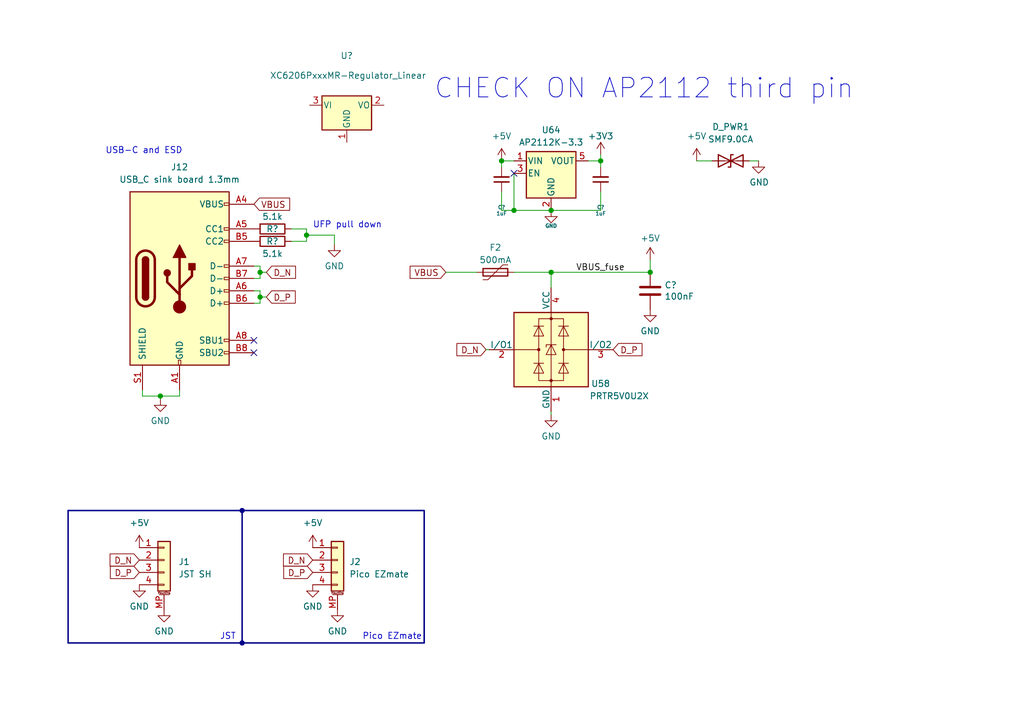
<source format=kicad_sch>
(kicad_sch (version 20231120) (generator "eeschema") (generator_version "8.0")
  (paper "A5")
  (lib_symbols
    (symbol "+5V_1" (power) (pin_names (offset 0))
      (property "Value" "+5V_1" (at 0 3.556 0))
      (symbol "+5V_1_0_1"
        (polyline (pts (xy -0.762 1.27) (xy 0 2.54)))
        (polyline (pts (xy 0 0) (xy 0 2.54)))
        (polyline (pts (xy 0 2.54) (xy 0.762 1.27)))
      )
      (symbol "+5V_1_1_1"
        (pin power_in line (at 0 0 90) (length 0) hide (name "+5V") (number "1"))
      )
    )
    (symbol "Connector:USB_C_Receptacle_USB2.0" (pin_names (offset 1.016))
      (property "Reference" "J" (at -10.16 19.05 0))
      (property "Value" "USB_C_Receptacle_USB2.0" (at 19.05 19.05 0))
      (symbol "USB_C_Receptacle_USB2.0_0_0"
        (rectangle (start -0.254 -17.78) (end 0.254 -16.764))
        (rectangle (start 10.16 -14.986) (end 9.144 -15.494))
        (rectangle (start 10.16 -12.446) (end 9.144 -12.954))
        (rectangle (start 10.16 -4.826) (end 9.144 -5.334))
        (rectangle (start 10.16 -2.286) (end 9.144 -2.794))
        (rectangle (start 10.16 0.254) (end 9.144 -0.254))
        (rectangle (start 10.16 2.794) (end 9.144 2.286))
        (rectangle (start 10.16 7.874) (end 9.144 7.366))
        (rectangle (start 10.16 10.414) (end 9.144 9.906))
        (rectangle (start 10.16 15.494) (end 9.144 14.986))
      )
      (symbol "USB_C_Receptacle_USB2.0_0_1"
        (rectangle (start -10.16 17.78) (end 10.16 -17.78) (stroke (width 0.254)) (fill (type background)))
        (arc (start -8.89 -3.81) (mid -6.985 -5.7067) (end -5.08 -3.81) (stroke (width 0.508)))
        (arc (start -7.62 -3.81) (mid -6.985 -4.4423) (end -6.35 -3.81) (stroke (width 0.254)))
        (arc (start -7.62 -3.81) (mid -6.985 -4.4423) (end -6.35 -3.81) (stroke (width 0.254)) (fill (type outline)))
        (rectangle (start -7.62 -3.81) (end -6.35 3.81) (stroke (width 0.254)) (fill (type outline)))
        (arc (start -6.35 3.81) (mid -6.985 4.4423) (end -7.62 3.81) (stroke (width 0.254)))
        (arc (start -6.35 3.81) (mid -6.985 4.4423) (end -7.62 3.81) (stroke (width 0.254)) (fill (type outline)))
        (arc (start -5.08 3.81) (mid -6.985 5.7067) (end -8.89 3.81) (stroke (width 0.508)))
        (circle (center -2.54 1.143) (radius 0.635) (stroke (width 0.254)) (fill (type outline)))
        (circle (center 0 -5.842) (radius 1.27) (fill (type outline)))
        (polyline (pts (xy -8.89 -3.81) (xy -8.89 3.81)) (stroke (width 0.508)))
        (polyline (pts (xy -5.08 3.81) (xy -5.08 -3.81)) (stroke (width 0.508)))
        (polyline (pts (xy 0 -5.842) (xy 0 4.318)) (stroke (width 0.508)))
        (polyline (pts (xy 0 -3.302) (xy -2.54 -0.762) (xy -2.54 0.508)) (stroke (width 0.508)))
        (polyline (pts (xy 0 -2.032) (xy 2.54 0.508) (xy 2.54 1.778)) (stroke (width 0.508)))
        (polyline (pts (xy -1.27 4.318) (xy 0 6.858) (xy 1.27 4.318) (xy -1.27 4.318)) (stroke (width 0.254)) (fill (type outline)))
        (rectangle (start 1.905 1.778) (end 3.175 3.048) (stroke (width 0.254)) (fill (type outline)))
      )
      (symbol "USB_C_Receptacle_USB2.0_1_1"
        (pin passive line (at 0 -22.86 90) (length 5.08) (name "GND") (number "A1"))
        (pin passive line (at 0 -22.86 90) (length 5.08) hide (name "GND") (number "A12"))
        (pin passive line (at 15.24 15.24 180) (length 5.08) (name "VBUS") (number "A4"))
        (pin bidirectional line (at 15.24 10.16 180) (length 5.08) (name "CC1") (number "A5"))
        (pin bidirectional line (at 15.24 -2.54 180) (length 5.08) (name "D+") (number "A6"))
        (pin bidirectional line (at 15.24 2.54 180) (length 5.08) (name "D-") (number "A7"))
        (pin bidirectional line (at 15.24 -12.7 180) (length 5.08) (name "SBU1") (number "A8"))
        (pin passive line (at 15.24 15.24 180) (length 5.08) hide (name "VBUS") (number "A9"))
        (pin passive line (at 0 -22.86 90) (length 5.08) hide (name "GND") (number "B1"))
        (pin passive line (at 0 -22.86 90) (length 5.08) hide (name "GND") (number "B12"))
        (pin passive line (at 15.24 15.24 180) (length 5.08) hide (name "VBUS") (number "B4"))
        (pin bidirectional line (at 15.24 7.62 180) (length 5.08) (name "CC2") (number "B5"))
        (pin bidirectional line (at 15.24 -5.08 180) (length 5.08) (name "D+") (number "B6"))
        (pin bidirectional line (at 15.24 0 180) (length 5.08) (name "D-") (number "B7"))
        (pin bidirectional line (at 15.24 -15.24 180) (length 5.08) (name "SBU2") (number "B8"))
        (pin passive line (at 15.24 15.24 180) (length 5.08) hide (name "VBUS") (number "B9"))
        (pin passive line (at -7.62 -22.86 90) (length 5.08) (name "SHIELD") (number "S1"))
      )
    )
    (symbol "Connector_Generic_MountingPin:Conn_01x04_MountingPin" (pin_names (offset 1.016) hide)
      (property "Reference" "J" (at 0 5.08 0))
      (property "Value" "Conn_01x04_MountingPin" (at 1.27 -7.62 0))
      (symbol "Conn_01x04_MountingPin_1_1"
        (rectangle (start -1.27 -4.953) (end 0 -5.207) (stroke (width 0.1524)))
        (rectangle (start -1.27 -2.413) (end 0 -2.667) (stroke (width 0.1524)))
        (rectangle (start -1.27 0.127) (end 0 -0.127) (stroke (width 0.1524)))
        (rectangle (start -1.27 2.667) (end 0 2.413) (stroke (width 0.1524)))
        (rectangle (start -1.27 3.81) (end 1.27 -6.35) (stroke (width 0.254)) (fill (type background)))
        (polyline (pts (xy -1.016 -7.112) (xy 1.016 -7.112)) (stroke (width 0.1524)))
        (text "Mounting" (at 0 -6.731 0) (effects (font (size 0.381 0.381))))
        (pin passive line (at -5.08 2.54 0) (length 3.81) (name "Pin_1") (number "1"))
        (pin passive line (at -5.08 0 0) (length 3.81) (name "Pin_2") (number "2"))
        (pin passive line (at -5.08 -2.54 0) (length 3.81) (name "Pin_3") (number "3"))
        (pin passive line (at -5.08 -5.08 0) (length 3.81) (name "Pin_4") (number "4"))
        (pin passive line (at 0 -10.16 90) (length 3.048) (name "MountPin") (number "MP"))
      )
    )
    (symbol "Device:C" (pin_numbers hide) (pin_names (offset 0.254))
      (property "Reference" "C" (at 0.635 2.54 0))
      (property "Value" "C" (at 0.635 -2.54 0))
      (symbol "C_0_1"
        (polyline (pts (xy -2.032 -0.762) (xy 2.032 -0.762)) (stroke (width 0.508)))
        (polyline (pts (xy -2.032 0.762) (xy 2.032 0.762)) (stroke (width 0.508)))
      )
      (symbol "C_1_1"
        (pin passive line (at 0 3.81 270) (length 2.794) (name "~") (number "1"))
        (pin passive line (at 0 -3.81 90) (length 2.794) (name "~") (number "2"))
      )
    )
    (symbol "Device:C_Small" (pin_numbers hide) (pin_names (offset 0.254) hide)
      (property "Reference" "C" (at 0.254 1.778 0))
      (property "Value" "C_Small" (at 0.254 -2.032 0))
      (symbol "C_Small_0_1"
        (polyline (pts (xy -1.524 -0.508) (xy 1.524 -0.508)) (stroke (width 0.3302)))
        (polyline (pts (xy -1.524 0.508) (xy 1.524 0.508)) (stroke (width 0.3048)))
      )
      (symbol "C_Small_1_1"
        (pin passive line (at 0 2.54 270) (length 2.032) (name "~") (number "1"))
        (pin passive line (at 0 -2.54 90) (length 2.032) (name "~") (number "2"))
      )
    )
    (symbol "Device:D_TVS" (pin_numbers hide) (pin_names (offset 1.016) hide)
      (property "Reference" "D" (at 0 2.54 0))
      (property "Value" "D_TVS" (at 0 -2.54 0))
      (symbol "D_TVS_0_1"
        (polyline (pts (xy 1.27 0) (xy -1.27 0)))
        (polyline (pts (xy 0.508 1.27) (xy 0 1.27) (xy 0 -1.27) (xy -0.508 -1.27)) (stroke (width 0.254)))
        (polyline (pts (xy -2.54 1.27) (xy -2.54 -1.27) (xy 2.54 1.27) (xy 2.54 -1.27) (xy -2.54 1.27)) (stroke (width 0.254)))
      )
      (symbol "D_TVS_1_1"
        (pin passive line (at -3.81 0 0) (length 2.54) (name "A1") (number "1"))
        (pin passive line (at 3.81 0 180) (length 2.54) (name "A2") (number "2"))
      )
    )
    (symbol "Device:Polyfuse" (pin_numbers hide) (pin_names (offset 0))
      (property "Reference" "F" (at -2.54 0 90))
      (property "Value" "Polyfuse" (at 2.54 0 90))
      (symbol "Polyfuse_0_1"
        (rectangle (start -0.762 2.54) (end 0.762 -2.54) (stroke (width 0.254)))
        (polyline (pts (xy 0 2.54) (xy 0 -2.54)))
        (polyline (pts (xy -1.524 2.54) (xy -1.524 1.524) (xy 1.524 -1.524) (xy 1.524 -2.54)))
      )
      (symbol "Polyfuse_1_1"
        (pin passive line (at 0 3.81 270) (length 1.27) (name "~") (number "1"))
        (pin passive line (at 0 -3.81 90) (length 1.27) (name "~") (number "2"))
      )
    )
    (symbol "Device:R" (pin_numbers hide) (pin_names (offset 0))
      (property "Reference" "R" (at 2.032 0 90))
      (property "Value" "R" (at 0 0 90))
      (symbol "R_0_1"
        (rectangle (start -1.016 -2.54) (end 1.016 2.54) (stroke (width 0.254)))
      )
      (symbol "R_1_1"
        (pin passive line (at 0 3.81 270) (length 1.27) (name "~") (number "1"))
        (pin passive line (at 0 -3.81 90) (length 1.27) (name "~") (number "2"))
      )
    )
    (symbol "Power_Protection:PRTR5V0U2X" (pin_names (offset 0))
      (property "Reference" "D" (at 2.794 8.636 0))
      (property "Value" "PRTR5V0U2X" (at 8.128 -9.398 0))
      (symbol "PRTR5V0U2X_0_1"
        (rectangle (start -7.62 -7.62) (end 7.62 7.62) (stroke (width 0.254)) (fill (type background)))
        (circle (center -2.54 0) (radius 0.254) (fill (type outline)))
        (rectangle (start -2.54 6.35) (end 2.54 -6.35))
        (circle (center 0 -6.35) (radius 0.254) (fill (type outline)))
        (polyline (pts (xy -2.54 0) (xy -7.62 0)))
        (polyline (pts (xy -1.524 -2.794) (xy -3.556 -2.794)))
        (polyline (pts (xy -1.524 4.826) (xy -3.556 4.826)))
        (polyline (pts (xy 0 -7.62) (xy 0 7.62)))
        (polyline (pts (xy 1.524 -2.794) (xy 3.556 -2.794)))
        (polyline (pts (xy 1.524 4.826) (xy 3.556 4.826)))
        (polyline (pts (xy 2.54 0) (xy 7.62 0)))
        (polyline (pts (xy 1.016 1.016) (xy -1.016 1.016) (xy -1.016 0.508)))
        (polyline (pts (xy -3.556 -4.826) (xy -1.524 -4.826) (xy -2.54 -2.794) (xy -3.556 -4.826)))
        (polyline (pts (xy -3.556 2.794) (xy -1.524 2.794) (xy -2.54 4.826) (xy -3.556 2.794)))
        (polyline (pts (xy -1.016 -1.016) (xy 1.016 -1.016) (xy 0 1.016) (xy -1.016 -1.016)))
        (polyline (pts (xy 3.556 -4.826) (xy 1.524 -4.826) (xy 2.54 -2.794) (xy 3.556 -4.826)))
        (polyline (pts (xy 3.556 2.794) (xy 1.524 2.794) (xy 2.54 4.826) (xy 3.556 2.794)))
        (circle (center 0 6.35) (radius 0.254) (fill (type outline)))
        (circle (center 2.54 0) (radius 0.254) (fill (type outline)))
      )
      (symbol "PRTR5V0U2X_1_1"
        (pin passive line (at 0 -12.7 90) (length 5.08) (name "GND") (number "1"))
        (pin passive line (at -12.7 0 0) (length 5.08) (name "I/O1") (number "2"))
        (pin passive line (at 12.7 0 180) (length 5.08) (name "I/O2") (number "3"))
        (pin passive line (at 0 12.7 270) (length 5.08) (name "VCC") (number "4"))
      )
    )
    (symbol "Regulator_Linear:AP2112K-3.3" (pin_names (offset 0.254))
      (property "Reference" "U" (at -5.08 5.715 0))
      (property "Value" "AP2112K-3.3" (at 0 5.715 0))
      (symbol "AP2112K-3.3_0_1"
        (rectangle (start -5.08 4.445) (end 5.08 -5.08) (stroke (width 0.254)) (fill (type background)))
      )
      (symbol "AP2112K-3.3_1_1"
        (pin power_in line (at -7.62 2.54 0) (length 2.54) (name "VIN") (number "1"))
        (pin power_in line (at 0 -7.62 90) (length 2.54) (name "GND") (number "2"))
        (pin input line (at -7.62 0 0) (length 2.54) (name "EN") (number "3"))
        (pin no_connect line (at 5.08 0 180) (length 2.54) hide (name "NC") (number "4"))
        (pin power_out line (at 7.62 2.54 180) (length 2.54) (name "VOUT") (number "5"))
      )
    )
    (symbol "kicad-keyboard-parts:XC6206PxxxMR-Regulator_Linear" (pin_names (offset 0.254))
      (property "Reference" "U" (at -3.81 3.175 0))
      (property "Value" "XC6206PxxxMR-Regulator_Linear" (at 0 3.175 0))
      (property "LCSC" "C5446" (at 0 0 0))
      (symbol "XC6206PxxxMR-Regulator_Linear_0_1"
        (rectangle (start -5.08 1.905) (end 5.08 -5.08) (stroke (width 0.254)) (fill (type background)))
      )
      (symbol "XC6206PxxxMR-Regulator_Linear_1_1"
        (pin power_in line (at 0 -7.62 90) (length 2.54) (name "GND") (number "1"))
        (pin power_out line (at 7.62 0 180) (length 2.54) (name "VO") (number "2"))
        (pin power_in line (at -7.62 0 0) (length 2.54) (name "VI") (number "3"))
      )
    )
    (symbol "power:+3V3" (power) (pin_names (offset 0))
      (property "Value" "+3V3" (at 0 3.556 0))
      (symbol "+3V3_0_1"
        (polyline (pts (xy -0.762 1.27) (xy 0 2.54)))
        (polyline (pts (xy 0 0) (xy 0 2.54)))
        (polyline (pts (xy 0 2.54) (xy 0.762 1.27)))
      )
      (symbol "+3V3_1_1"
        (pin power_in line (at 0 0 90) (length 0) hide (name "+3V3") (number "1"))
      )
    )
    (symbol "power:+5V" (power) (pin_names (offset 0))
      (property "Value" "+5V" (at 0 3.556 0))
      (symbol "+5V_0_1"
        (polyline (pts (xy -0.762 1.27) (xy 0 2.54)))
        (polyline (pts (xy 0 0) (xy 0 2.54)))
        (polyline (pts (xy 0 2.54) (xy 0.762 1.27)))
      )
      (symbol "+5V_1_1"
        (pin power_in line (at 0 0 90) (length 0) hide (name "+5V") (number "1"))
      )
    )
    (symbol "power:GND" (power) (pin_names (offset 0))
      (property "Value" "GND" (at 0 -3.81 0))
      (symbol "GND_0_1"
        (polyline (pts (xy 0 0) (xy 0 -1.27) (xy 1.27 -1.27) (xy 0 -2.54) (xy -1.27 -1.27) (xy 0 -1.27)))
      )
      (symbol "GND_1_1"
        (pin power_in line (at 0 0 270) (length 0) hide (name "GND") (number "1"))
      )
    )
  )
  (junction (at 49.657 131.953))
  (junction (at 105.41 43.18))
  (junction (at 32.893 81.28))
  (junction (at 62.865 48.26))
  (junction (at 123.19 33.02))
  (junction (at 53.34 60.96))
  (junction (at 102.87 33.02))
  (junction (at 53.34 55.88))
  (junction (at 113.03 55.88))
  (junction (at 133.35 55.88))
  (junction (at 49.657 104.775))
  (junction (at 113.03 43.18))
  (no_connect (at 52.07 69.85))
  (no_connect (at 52.07 72.39))
  (no_connect (at 105.41 35.56))
  (wire (pts (xy 99.695 71.755) (xy 100.33 71.755)))
  (wire (pts (xy 52.07 57.15) (xy 53.34 57.15)))
  (wire (pts (xy 113.03 85.09) (xy 113.03 84.455)))
  (wire (pts (xy 102.87 33.02) (xy 105.41 33.02)))
  (bus (pts (xy 13.97 104.775) (xy 49.657 104.775)))
  (wire (pts (xy 123.19 33.02) (xy 123.19 34.29)))
  (wire (pts (xy 53.34 55.88) (xy 54.61 55.88)))
  (wire (pts (xy 105.41 43.18) (xy 113.03 43.18)))
  (wire (pts (xy 123.19 39.37) (xy 123.19 43.18)))
  (wire (pts (xy 102.87 39.37) (xy 102.87 43.18)))
  (wire (pts (xy 52.07 59.69) (xy 53.34 59.69)))
  (wire (pts (xy 123.19 31.75) (xy 123.19 33.02)))
  (wire (pts (xy 62.865 49.53) (xy 62.865 48.26)))
  (wire (pts (xy 68.58 48.26) (xy 68.58 50.165)))
  (bus (pts (xy 49.657 131.953) (xy 86.868 131.953)))
  (wire (pts (xy 52.07 62.23) (xy 53.34 62.23)))
  (wire (pts (xy 32.893 81.915) (xy 32.893 81.28)))
  (wire (pts (xy 120.65 33.02) (xy 123.19 33.02)))
  (bus (pts (xy 13.97 104.775) (xy 13.97 131.953)))
  (wire (pts (xy 153.67 33.02) (xy 155.575 33.02)))
  (wire (pts (xy 133.35 53.34) (xy 133.35 55.88)))
  (wire (pts (xy 105.41 55.88) (xy 113.03 55.88)))
  (wire (pts (xy 113.03 55.88) (xy 113.03 59.055)))
  (wire (pts (xy 59.69 46.99) (xy 62.865 46.99)))
  (wire (pts (xy 113.03 43.18) (xy 123.19 43.18)))
  (wire (pts (xy 113.03 55.88) (xy 133.35 55.88)))
  (wire (pts (xy 29.21 80.01) (xy 29.21 81.28)))
  (bus (pts (xy 86.995 104.775) (xy 86.995 131.953)))
  (wire (pts (xy 53.34 60.96) (xy 54.61 60.96)))
  (wire (pts (xy 53.34 62.23) (xy 53.34 60.96)))
  (wire (pts (xy 36.83 81.28) (xy 36.83 80.01)))
  (wire (pts (xy 52.07 54.61) (xy 53.34 54.61)))
  (wire (pts (xy 105.41 35.56) (xy 105.41 43.18)))
  (bus (pts (xy 13.97 131.953) (xy 49.657 131.953)))
  (wire (pts (xy 62.865 48.26) (xy 62.865 46.99)))
  (wire (pts (xy 59.69 49.53) (xy 62.865 49.53)))
  (wire (pts (xy 53.34 54.61) (xy 53.34 55.88)))
  (wire (pts (xy 53.34 55.88) (xy 53.34 57.15)))
  (wire (pts (xy 91.44 55.88) (xy 97.79 55.88)))
  (wire (pts (xy 53.34 59.69) (xy 53.34 60.96)))
  (bus (pts (xy 49.657 104.775) (xy 86.868 104.775)))
  (bus (pts (xy 49.657 104.775) (xy 49.657 131.953)))
  (wire (pts (xy 102.87 33.02) (xy 102.87 34.29)))
  (wire (pts (xy 142.875 33.02) (xy 146.05 33.02)))
  (wire (pts (xy 102.87 43.18) (xy 105.41 43.18)))
  (wire (pts (xy 29.21 81.28) (xy 32.893 81.28)))
  (wire (pts (xy 62.865 48.26) (xy 68.58 48.26)))
  (wire (pts (xy 32.893 81.28) (xy 36.83 81.28)))
  (text "CHECK ON AP2112 third pin" (at 132.08 18.288 0) (effects (font (size 4 4))))
  (text "Pico EZmate" (at 74.295 131.445 0) (effects (font (size 1.27 1.27)) (justify left bottom)))
  (text "USB-C and ESD" (at 21.59 31.75 0) (effects (font (size 1.27 1.27)) (justify left bottom)))
  (text "UFP pull down" (at 64.135 46.99 0) (effects (font (size 1.27 1.27)) (justify left bottom)))
  (text "JST" (at 45.085 131.445 0) (effects (font (size 1.27 1.27)) (justify left bottom)))
  (label "VBUS_fuse" (at 118.11 55.88 0))
  (global_label "D_P" (shape input) (at 28.575 117.475 180) (property "Intersheetrefs" "${INTERSHEET_REFS}" (effects (hide yes))))
  (global_label "VBUS" (shape input) (at 52.07 41.91 0) (property "Intersheetrefs" "${INTERSHEET_REFS}" (effects (hide yes))))
  (global_label "D_N" (shape input) (at 64.135 114.935 180) (property "Intersheetrefs" "${INTERSHEET_REFS}" (effects (hide yes))))
  (global_label "D_N" (shape input) (at 99.695 71.755 180) (property "Intersheetrefs" "${INTERSHEET_REFS}" (effects (hide yes))))
  (global_label "D_P" (shape input) (at 54.61 60.96 0) (property "Intersheetrefs" "${INTERSHEET_REFS}" (effects (hide yes))))
  (global_label "VBUS" (shape input) (at 91.44 55.88 180) (property "Intersheetrefs" "${INTERSHEET_REFS}" (effects (hide yes))))
  (global_label "D_N" (shape input) (at 54.61 55.88 0) (property "Intersheetrefs" "${INTERSHEET_REFS}" (effects (hide yes))))
  (global_label "D_N" (shape input) (at 28.575 114.935 180) (property "Intersheetrefs" "${INTERSHEET_REFS}" (effects (hide yes))))
  (global_label "D_P" (shape input) (at 125.73 71.755 0) (property "Intersheetrefs" "${INTERSHEET_REFS}" (effects (hide yes))))
  (global_label "D_P" (shape input) (at 64.135 117.475 180) (property "Intersheetrefs" "${INTERSHEET_REFS}" (effects (hide yes))))
  (symbol (lib_id "Device:C") (at 133.35 59.69 0) (unit 1)
    (property "Reference" "C?" (at 136.271 58.5216 0) (effects (justify left)))
    (property "Value" "100nF" (at 136.271 60.833 0) (effects (justify left)))
    (property "Footprint" "Capacitor_SMD:C_0402_1005Metric" (effects (hide yes)))
    (property "LCSC" "C307331" (effects (hide yes)))
    (instances (project "LeChiffre" (path "" (reference "C?") (unit 1))) (project "vootington V4N" (path "" (reference "C6") (unit 1)) (path "" (reference "C62") (unit 1))) (project "le_capybara" (path "" (reference "C12") (unit 1))))
  )
  (symbol (lib_id "Power_Protection:PRTR5V0U2X") (at 113.03 71.755 0) (unit 1)
    (property "Reference" "U58" (at 123.19 78.74 0))
    (property "Value" "PRTR5V0U2X" (at 127 81.28 0))
    (property "Footprint" "Package_TO_SOT_SMD:SOT-143" (effects (hide yes)))
    (property "Datasheet" "https://assets.nexperia.com/documents/data-sheet/PRTR5V0U2X.pdf" (effects (hide yes)))
    (property "LCSC" "C2827688" (effects (hide yes)))
    (property "JlcRotOffset" "90" (effects (hide yes)))
    (instances (project "vootington V4N" (path "" (reference "U58") (unit 1)) (path "" (reference "U55") (unit 1))) (project "le_capybara" (path "" (reference "U3") (unit 1))) (project "EC60-Rev_1_1" (path "" (reference "D1") (unit 1))))
  )
  (symbol (lib_id "power:GND") (at 113.03 85.09 0) (unit 1)
    (property "Reference" "#PWR089" (effects (hide yes)))
    (property "Value" "GND" (at 113.03 89.535 0))
    (instances (project "vootington V4N" (path "" (reference "#PWR089") (unit 1)) (path "" (reference "#PWR0175") (unit 1))) (project "le_capybara" (path "" (reference "#PWR014") (unit 1))))
  )
  (symbol (lib_id "Regulator_Linear:AP2112K-3.3") (at 113.03 35.56 0) (unit 1)
    (property "Reference" "U64" (at 113.03 26.67 0))
    (property "Value" "AP2112K-3.3" (at 113.03 29.21 0))
    (property "Footprint" "Package_TO_SOT_SMD:SOT-23-5" (effects (hide yes)))
    (property "Datasheet" "https://www.diodes.com/assets/Datasheets/AP2112.pdf" (effects (hide yes)))
    (property "Description" "600mA low dropout linear regulator, with enable pin, 3.8V-6V input voltage range, 3.3V fixed positive output, SOT-23-5" (effects (hide yes)))
  )
  (symbol (lib_id "kicad-keyboard-parts:XC6206PxxxMR-Regulator_Linear") (at 71.12 21.59 0) (unit 1)
    (property "Reference" "U?" (at 71.12 11.43 0))
    (property "Value" "XC6206PxxxMR-Regulator_Linear" (at 71.374 15.494 0))
    (property "Footprint" "Package_TO_SOT_SMD:SOT-23" (effects (hide yes)))
    (property "Datasheet" "https://www.torexsemi.com/file/xc6206/XC6206.pdf" (effects (hide yes)))
    (property "LCSC" "C5446" (effects (hide yes)))
    (property "JlcRotOffset" "180" (effects (hide yes)))
    (instances (project "TKL" (path "" (reference "U?") (unit 1))) (project "vootington V4N" (path "" (reference "U52") (unit 1)) (path "" (reference "U54") (unit 1))) (project "le_capybara" (path "" (reference "U1") (unit 1))))
  )
  (symbol (lib_id "power:GND") (at 155.575 33.02 0) (unit 1)
    (property "Reference" "#PWR0169" (effects (hide yes)))
    (property "Value" "GND" (at 155.702 37.4142 0))
    (instances (project "vootington V4N" (path "" (reference "#PWR0169") (unit 1))) (project "Tiny Dimply Qazy" (path "" (reference "#PWR018") (unit 1))) (project "forti" (path "" (reference "#PWR03") (unit 1))))
  )
  (symbol (lib_id "power:+5V") (at 102.87 33.02 0) (unit 1)
    (property "Reference" "#PWR?" (effects (hide yes)))
    (property "Value" "+5V" (at 102.87 27.94 0))
    (instances (project "TKL" (path "" (reference "#PWR?") (unit 1))) (project "vootington V4N" (path "" (reference "#PWR042") (unit 1)) (path "" (reference "#PWR0167") (unit 1))) (project "le_capybara" (path "" (reference "#PWR06") (unit 1))))
  )
  (symbol (lib_id "Device:R") (at 55.88 46.99 270) (unit 1)
    (property "Reference" "R?" (at 55.88 46.99 90))
    (property "Value" "5.1k" (at 55.88 44.45 90))
    (property "Footprint" "Resistor_SMD:R_0402_1005Metric" (effects (hide yes)))
    (instances (project "LeChiffre" (path "" (reference "R?") (unit 1))) (project "vootington V4N" (path "" (reference "R2") (unit 1))) (project "le_capybara" (path "" (reference "R1") (unit 1))))
  )
  (symbol (lib_id "power:+3V3") (at 123.19 31.75 0) (unit 1)
    (property "Reference" "#PWR041" (effects (hide yes)))
    (property "Value" "+3V3" (at 123.19 27.94 0))
    (instances (project "vootington V4N" (path "" (reference "#PWR041") (unit 1)) (path "" (reference "#PWR0166") (unit 1))) (project "le_capybara" (path "" (reference "#PWR05") (unit 1))))
  )
  (symbol (lib_id "Device:D_TVS") (at 149.86 33.02 0) (unit 1)
    (property "Reference" "D_PWR1" (at 149.86 26.035 0))
    (property "Value" "SMF9.0CA" (at 149.86 28.575 0))
    (property "Footprint" "Diode_SMD:D_SOD-123" (effects (hide yes)))
  )
  (symbol (lib_id "power:GND") (at 68.58 50.165 0) (unit 1)
    (property "Reference" "#PWR0171" (effects (hide yes)))
    (property "Value" "GND" (at 68.58 54.61 0))
    (instances (project "vootington V4N" (path "" (reference "#PWR0171") (unit 1))) (project "le_capybara" (path "" (reference "#PWR023") (unit 1))))
  )
  (symbol (lib_id "power:GND") (at 32.893 81.915 0) (unit 1)
    (property "Reference" "#PWR0174" (effects (hide yes)))
    (property "Value" "GND" (at 32.893 86.36 0))
    (instances (project "vootington V4N" (path "" (reference "#PWR0174") (unit 1))) (project "le_capybara" (path "" (reference "#PWR07") (unit 1))))
  )
  (symbol (lib_id "Device:Polyfuse") (at 101.6 55.88 90) (unit 1)
    (property "Reference" "F2" (at 101.6 50.8 90))
    (property "Value" "500mA" (at 101.6 53.34 90))
    (property "Footprint" "Fuse:Fuse_1206_3216Metric" (effects (hide yes)))
    (property "LCSC" "C70076" (effects (hide yes)))
    (instances (project "vootington V4N" (path "" (reference "F2") (unit 1)) (path "" (reference "F1") (unit 1))) (project "le_capybara" (path "" (reference "F1") (unit 1))))
  )
  (symbol (lib_id "Connector_Generic_MountingPin:Conn_01x04_MountingPin") (at 33.655 114.935 0) (unit 1)
    (property "Reference" "J1" (at 36.576 115.2905 0) (effects (justify left)))
    (property "Value" "JST SH" (at 36.576 117.8305 0) (effects (justify left)))
    (property "Footprint" "Connector_JST:JST_SH_SM04B-SRSS-TB_1x04-1MP_P1.00mm_Horizontal" (effects (hide yes)))
    (instances (project "the-nicholas-van" (path "" (reference "J1") (unit 1))) (project "tinyv pcb" (path "" (reference "J1") (unit 1))) (project "vootington V4N" (path "" (reference "J13") (unit 1))) (project "Tiny Dimply Qazy" (path "" (reference "J1") (unit 1))) (project "mekanisk-40" (path "" (reference "J1") (unit 1))))
  )
  (symbol (lib_id "power:GND") (at 28.575 120.015 0) (unit 1)
    (property "Reference" "#PWR056" (effects (hide yes)))
    (property "Value" "GND" (at 28.575 124.4584 0))
    (instances (project "the-nicholas-van" (path "" (reference "#PWR056") (unit 1))) (project "tinyv pcb" (path "" (reference "#PWR011") (unit 1))) (project "vootington V4N" (path "" (reference "#PWR0178") (unit 1))) (project "Tiny Dimply Qazy" (path "" (reference "#PWR07") (unit 1))) (project "mekanisk-40" (path "" (reference "#PWR020") (unit 1))))
  )
  (symbol (lib_id "power:+5V") (at 64.135 112.395 0) (unit 1)
    (property "Reference" "#PWR0102" (effects (hide yes)))
    (property "Value" "+5V" (at 64.135 107.315 0))
    (instances (project "pteropus" (path "" (reference "#PWR0102") (unit 1))) (project "the-nicholas-van" (path "" (reference "#PWR038") (unit 1))) (project "tinyv pcb" (path "" (reference "#PWR010") (unit 1))) (project "vootington V4N" (path "" (reference "#PWR0177") (unit 1))))
  )
  (symbol (lib_id "power:+5V") (at 142.875 33.02 0) (unit 1)
    (property "Reference" "#PWR0168" (effects (hide yes)))
    (property "Value" "+5V" (at 142.875 27.94 0))
    (instances (project "vootington V4N" (path "" (reference "#PWR0168") (unit 1))) (project "RP2040-Guide" (path "" (reference "#PWR09") (unit 1))) (project "forti" (path "" (reference "#PWR02") (unit 1))))
  )
  (symbol (lib_id "power:GND") (at 33.655 125.095 0) (unit 1)
    (property "Reference" "#PWR058" (effects (hide yes)))
    (property "Value" "GND" (at 33.655 129.5384 0))
    (instances (project "the-nicholas-van" (path "" (reference "#PWR058") (unit 1))) (project "tinyv pcb" (path "" (reference "#PWR013") (unit 1))) (project "vootington V4N" (path "" (reference "#PWR0180") (unit 1))) (project "Tiny Dimply Qazy" (path "" (reference "#PWR08") (unit 1))) (project "mekanisk-40" (path "" (reference "#PWR022") (unit 1))))
  )
  (symbol (lib_id "power:+5V") (at 28.575 112.395 0) (unit 1)
    (property "Reference" "#PWR0102" (effects (hide yes)))
    (property "Value" "+5V" (at 28.575 107.315 0))
    (instances (project "pteropus" (path "" (reference "#PWR0102") (unit 1))) (project "the-nicholas-van" (path "" (reference "#PWR037") (unit 1))) (project "tinyv pcb" (path "" (reference "#PWR09") (unit 1))) (project "vootington V4N" (path "" (reference "#PWR0176") (unit 1))))
  )
  (symbol (lib_id "power:GND") (at 113.03 43.18 0) (unit 1)
    (property "Reference" "#PWR?" (effects (hide yes)))
    (property "Value" "GND" (at 113.03 46.355 0) (effects (font (size 0.762 0.762))))
    (instances (project "TKL" (path "" (reference "#PWR?") (unit 1))) (project "vootington V4N" (path "" (reference "#PWR043") (unit 1)) (path "" (reference "#PWR0170") (unit 1))) (project "le_capybara" (path "" (reference "#PWR09") (unit 1))))
  )
  (symbol (lib_id "power:GND") (at 133.35 63.5 0) (unit 1)
    (property "Reference" "#PWR087" (effects (hide yes)))
    (property "Value" "GND" (at 133.35 67.945 0))
    (instances (project "vootington V4N" (path "" (reference "#PWR087") (unit 1)) (path "" (reference "#PWR0173") (unit 1))) (project "le_capybara" (path "" (reference "#PWR018") (unit 1))))
  )
  (symbol (lib_id "power:GND") (at 64.135 120.015 0) (unit 1)
    (property "Reference" "#PWR057" (effects (hide yes)))
    (property "Value" "GND" (at 64.135 124.4584 0))
    (instances (project "the-nicholas-van" (path "" (reference "#PWR057") (unit 1))) (project "tinyv pcb" (path "" (reference "#PWR012") (unit 1))) (project "vootington V4N" (path "" (reference "#PWR0179") (unit 1))) (project "Tiny Dimply Qazy" (path "" (reference "#PWR0101") (unit 1))) (project "mekanisk-40" (path "" (reference "#PWR021") (unit 1))))
  )
  (symbol (lib_id "Device:C_Small") (at 102.87 36.83 180) (unit 1)
    (property "Reference" "C?" (at 102.87 42.545 0) (effects (font (size 0.762 0.762))))
    (property "Value" "1uF" (at 102.87 43.815 0) (effects (font (size 0.762 0.762))))
    (property "Footprint" "Capacitor_SMD:C_0402_1005Metric" (effects (hide yes)))
    (property "LCSC" "C52923" (effects (hide yes)))
    (instances (project "TKL" (path "" (reference "C?") (unit 1))) (project "vootington V4N" (path "" (reference "C4") (unit 1)) (path "" (reference "C60") (unit 1))) (project "le_capybara" (path "" (reference "C6") (unit 1))))
  )
  (symbol (lib_id "Connector_Generic_MountingPin:Conn_01x04_MountingPin") (at 69.215 114.935 0) (unit 1)
    (property "Reference" "J2" (at 71.628 115.2905 0) (effects (justify left)))
    (property "Value" "Pico EZmate" (at 71.628 117.8305 0) (effects (justify left)))
    (property "Footprint" "Connector_Molex:Molex_Pico-EZmate_78171-0004_1x04-1MP_P1.20mm_Vertical" (effects (hide yes)))
    (instances (project "the-nicholas-van" (path "" (reference "J2") (unit 1))) (project "tinyv pcb" (path "" (reference "J2") (unit 1))) (project "vootington V4N" (path "" (reference "J14") (unit 1))) (project "Tiny Dimply Qazy" (path "" (reference "J3") (unit 1))) (project "mekanisk-40" (path "" (reference "J3") (unit 1))))
  )
  (symbol (lib_name "+5V_1") (lib_id "power:+5V") (at 133.35 53.34 0) (unit 1)
    (property "Reference" "#PWR079" (effects (hide yes)))
    (property "Value" "+5V" (at 133.35 48.895 0))
    (instances (project "vootington V4N" (path "" (reference "#PWR079") (unit 1)) (path "" (reference "#PWR0172") (unit 1))) (project "le_capybara" (path "" (reference "#PWR017") (unit 1))))
  )
  (symbol (lib_id "power:GND") (at 69.215 125.095 0) (unit 1)
    (property "Reference" "#PWR059" (effects (hide yes)))
    (property "Value" "GND" (at 69.215 129.5384 0))
    (instances (project "the-nicholas-van" (path "" (reference "#PWR059") (unit 1))) (project "tinyv pcb" (path "" (reference "#PWR014") (unit 1))) (project "vootington V4N" (path "" (reference "#PWR0181") (unit 1))) (project "Tiny Dimply Qazy" (path "" (reference "#PWR0103") (unit 1))) (project "mekanisk-40" (path "" (reference "#PWR023") (unit 1))))
  )
  (symbol (lib_id "Device:R") (at 55.88 49.53 270) (mirror x) (unit 1)
    (property "Reference" "R?" (at 55.88 49.53 90))
    (property "Value" "5.1k" (at 55.88 52.07 90))
    (property "Footprint" "Resistor_SMD:R_0402_1005Metric" (effects (hide yes)))
    (instances (project "LeChiffre" (path "" (reference "R?") (unit 1))) (project "vootington V4N" (path "" (reference "R3") (unit 1))) (project "le_capybara" (path "" (reference "R2") (unit 1))))
  )
  (symbol (lib_id "Device:C_Small") (at 123.19 36.83 180) (unit 1)
    (property "Reference" "C?" (at 123.19 42.545 0) (effects (font (size 0.762 0.762))))
    (property "Value" "1uF" (at 123.19 43.815 0) (effects (font (size 0.762 0.762))))
    (property "Footprint" "Capacitor_SMD:C_0402_1005Metric" (effects (hide yes)))
    (property "LCSC" "C52923" (effects (hide yes)))
    (instances (project "TKL" (path "" (reference "C?") (unit 1))) (project "vootington V4N" (path "" (reference "C5") (unit 1)) (path "" (reference "C61") (unit 1))) (project "le_capybara" (path "" (reference "C7") (unit 1))))
  )
  (symbol (lib_id "Connector:USB_C_Receptacle_USB2.0") (at 36.83 57.15 0) (unit 1)
    (property "Reference" "J12" (at 36.83 34.29 0))
    (property "Value" "USB_C sink board 1.3mm" (at 36.83 36.83 0))
    (property "Footprint" "PCM_marbastlib-various:USB_C_Receptacle_HRO_TYPE-C-31-M-12" (effects (hide yes)))
    (property "Datasheet" "https://datasheet.lcsc.com/lcsc/2206021145_G-Switch-GT-USB-7014G_C3019717.pdf" (effects (hide yes)))
    (property "JlcRotOffset" "180" (effects (hide yes)))
    (property "JlcPosOffset" "0,1.35" (effects (hide yes)))
    (property "LCSC" "C3019717" (effects (hide yes)))
    (instances (project "vootington V4N" (path "" (reference "J12") (unit 1))) (project "le_capybara" (path "" (reference "J1") (unit 1))))
  )
)
</source>
